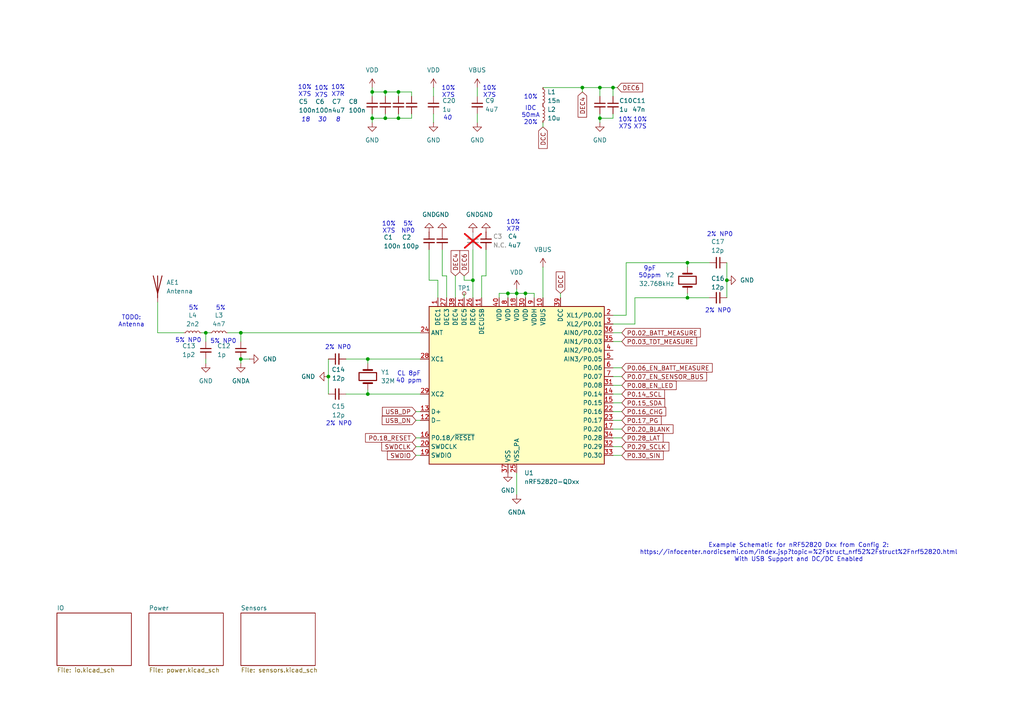
<source format=kicad_sch>
(kicad_sch (version 20231120) (generator "eeschema") (generator_version "8.0")
  (paper "A4")
  (lib_symbols
    (symbol "Connector:TestPoint_Small" (pin_numbers hide) (pin_names (offset 0.762) hide)
      (property "Reference" "TP" (at 0 3.81 0))
      (property "Value" "TestPoint_Small" (at 0 2.032 0))
      (symbol "TestPoint_Small_0_1"
        (circle (center 0 0) (radius 0.508))
      )
      (symbol "TestPoint_Small_1_1"
        (pin passive line (at 0 0 90) (length 0) (name "1") (number "1"))
      )
    )
    (symbol "Device:Antenna" (pin_numbers hide) (pin_names (offset 1.016) hide)
      (property "Reference" "AE" (at -1.905 1.905 0))
      (property "Value" "Antenna" (at -1.905 0 0))
      (symbol "Antenna_0_1"
        (polyline (pts (xy 0 2.54) (xy 0 -3.81)) (stroke (width 0.254)))
        (polyline (pts (xy 1.27 2.54) (xy 0 -2.54) (xy -1.27 2.54)) (stroke (width 0.254)))
      )
      (symbol "Antenna_1_1"
        (pin input line (at 0 -5.08 90) (length 2.54) (name "A") (number "1"))
      )
    )
    (symbol "Device:C_Small" (pin_numbers hide) (pin_names (offset 0.254) hide)
      (property "Reference" "C" (at 0.254 1.778 0))
      (property "Value" "C_Small" (at 0.254 -2.032 0))
      (symbol "C_Small_0_1"
        (polyline (pts (xy -1.524 -0.508) (xy 1.524 -0.508)) (stroke (width 0.3302)))
        (polyline (pts (xy -1.524 0.508) (xy 1.524 0.508)) (stroke (width 0.3048)))
      )
      (symbol "C_Small_1_1"
        (pin passive line (at 0 2.54 270) (length 2.032) (name "~") (number "1"))
        (pin passive line (at 0 -2.54 90) (length 2.032) (name "~") (number "2"))
      )
    )
    (symbol "Device:Crystal" (pin_numbers hide) (pin_names (offset 1.016) hide)
      (property "Reference" "Y" (at 0 3.81 0))
      (property "Value" "Crystal" (at 0 -3.81 0))
      (symbol "Crystal_0_1"
        (rectangle (start -1.143 2.54) (end 1.143 -2.54) (stroke (width 0.3048)))
        (polyline (pts (xy -2.54 0) (xy -1.905 0)))
        (polyline (pts (xy -1.905 -1.27) (xy -1.905 1.27)) (stroke (width 0.508)))
        (polyline (pts (xy 1.905 -1.27) (xy 1.905 1.27)) (stroke (width 0.508)))
        (polyline (pts (xy 2.54 0) (xy 1.905 0)))
      )
      (symbol "Crystal_1_1"
        (pin passive line (at -3.81 0 0) (length 1.27) (name "1") (number "1"))
        (pin passive line (at 3.81 0 180) (length 1.27) (name "2") (number "2"))
      )
    )
    (symbol "Device:L_Small" (pin_numbers hide) (pin_names (offset 0.254) hide)
      (property "Reference" "L" (at 0.762 1.016 0))
      (property "Value" "L_Small" (at 0.762 -1.016 0))
      (symbol "L_Small_0_1"
        (arc (start 0 -2.032) (mid 0.5058 -1.524) (end 0 -1.016))
        (arc (start 0 -1.016) (mid 0.5058 -0.508) (end 0 0))
        (arc (start 0 0) (mid 0.5058 0.508) (end 0 1.016))
        (arc (start 0 1.016) (mid 0.5058 1.524) (end 0 2.032))
      )
      (symbol "L_Small_1_1"
        (pin passive line (at 0 2.54 270) (length 0.508) (name "~") (number "1"))
        (pin passive line (at 0 -2.54 90) (length 0.508) (name "~") (number "2"))
      )
    )
    (symbol "MCU_Nordic:nRF52820-QDxx"
      (property "Reference" "U" (at -2.54 0 0))
      (property "Value" "nRF52820-QDxx" (at -2.54 -2.54 0))
      (symbol "nRF52820-QDxx_0_1"
        (rectangle (start -25.4 22.86) (end 25.4 -22.86) (stroke (width 0.254)) (fill (type background)))
      )
      (symbol "nRF52820-QDxx_1_1"
        (pin passive line (at -22.86 25.4 270) (length 2.54) (name "DEC1") (number "1"))
        (pin power_in line (at 7.62 25.4 270) (length 2.54) (name "VBUS") (number "10"))
        (pin passive line (at -10.16 25.4 270) (length 2.54) (name "DECUSB") (number "11"))
        (pin bidirectional line (at -27.94 -10.16 0) (length 2.54) (name "D-") (number "12"))
        (pin bidirectional line (at -27.94 -7.62 0) (length 2.54) (name "D+") (number "13"))
        (pin bidirectional line (at 27.94 -2.54 180) (length 2.54) (name "P0.14") (number "14"))
        (pin bidirectional line (at 27.94 -5.08 180) (length 2.54) (name "P0.15") (number "15"))
        (pin bidirectional line (at -27.94 -15.24 0) (length 2.54) (name "P0.18/~{RESET}") (number "16"))
        (pin bidirectional line (at 27.94 -12.7 180) (length 2.54) (name "P0.20") (number "17"))
        (pin power_in line (at 0 25.4 270) (length 2.54) (name "VDD") (number "18"))
        (pin bidirectional line (at -27.94 -20.32 0) (length 2.54) (name "SWDIO") (number "19"))
        (pin bidirectional line (at 27.94 20.32 180) (length 2.54) (name "XL1/P0.00") (number "2"))
        (pin input line (at -27.94 -17.78 0) (length 2.54) (name "SWDCLK") (number "20"))
        (pin passive line (at -15.24 25.4 270) (length 2.54) (name "DEC5") (number "21"))
        (pin bidirectional line (at 27.94 -7.62 180) (length 2.54) (name "P0.16") (number "22"))
        (pin bidirectional line (at 27.94 -10.16 180) (length 2.54) (name "P0.17") (number "23"))
        (pin passive line (at -27.94 15.24 0) (length 2.54) (name "ANT") (number "24"))
        (pin power_in line (at 0 -25.4 90) (length 2.54) (name "VSS_PA") (number "25"))
        (pin passive line (at -12.7 25.4 270) (length 2.54) (name "DEC6") (number "26"))
        (pin passive line (at -20.32 25.4 270) (length 2.54) (name "DEC3") (number "27"))
        (pin input line (at -27.94 7.62 0) (length 2.54) (name "XC1") (number "28"))
        (pin input line (at -27.94 -2.54 0) (length 2.54) (name "XC2") (number "29"))
        (pin bidirectional line (at 27.94 17.78 180) (length 2.54) (name "XL2/P0.01") (number "3"))
        (pin power_in line (at 2.54 25.4 270) (length 2.54) (name "VDD") (number "30"))
        (pin bidirectional line (at 27.94 0 180) (length 2.54) (name "P0.08") (number "31"))
        (pin bidirectional line (at 27.94 -17.78 180) (length 2.54) (name "P0.29") (number "32"))
        (pin bidirectional line (at 27.94 -20.32 180) (length 2.54) (name "P0.30") (number "33"))
        (pin bidirectional line (at 27.94 -15.24 180) (length 2.54) (name "P0.28") (number "34"))
        (pin bidirectional line (at 27.94 12.7 180) (length 2.54) (name "AIN1/P0.03") (number "35"))
        (pin bidirectional line (at 27.94 15.24 180) (length 2.54) (name "AIN0/P0.02") (number "36"))
        (pin power_in line (at -2.54 -25.4 90) (length 2.54) (name "VSS") (number "37"))
        (pin passive line (at -17.78 25.4 270) (length 2.54) (name "DEC4") (number "38"))
        (pin power_out line (at 12.7 25.4 270) (length 2.54) (name "DCC") (number "39"))
        (pin bidirectional line (at 27.94 10.16 180) (length 2.54) (name "AIN2/P0.04") (number "4"))
        (pin power_in line (at -5.08 25.4 270) (length 2.54) (name "VDD") (number "40"))
        (pin passive line (at -2.54 -25.4 90) (length 2.54) hide (name "VSS") (number "41"))
        (pin bidirectional line (at 27.94 7.62 180) (length 2.54) (name "AIN3/P0.05") (number "5"))
        (pin bidirectional line (at 27.94 5.08 180) (length 2.54) (name "P0.06") (number "6"))
        (pin bidirectional line (at 27.94 2.54 180) (length 2.54) (name "P0.07") (number "7"))
        (pin power_in line (at -2.54 25.4 270) (length 2.54) (name "VDD") (number "8"))
        (pin power_in line (at 5.08 25.4 270) (length 2.54) (name "VDDH") (number "9"))
      )
    )
    (symbol "power:GND" (power) (pin_numbers hide) (pin_names (offset 0) hide)
      (property "Value" "GND" (at 0 -3.81 0))
      (symbol "GND_0_1"
        (polyline (pts (xy 0 0) (xy 0 -1.27) (xy 1.27 -1.27) (xy 0 -2.54) (xy -1.27 -1.27) (xy 0 -1.27)))
      )
      (symbol "GND_1_1"
        (pin power_in line (at 0 0 270) (length 0) (name "~") (number "1"))
      )
    )
    (symbol "power:GNDA" (power) (pin_numbers hide) (pin_names (offset 0) hide)
      (property "Value" "GNDA" (at 0 -3.81 0))
      (symbol "GNDA_0_1"
        (polyline (pts (xy 0 0) (xy 0 -1.27) (xy 1.27 -1.27) (xy 0 -2.54) (xy -1.27 -1.27) (xy 0 -1.27)))
      )
      (symbol "GNDA_1_1"
        (pin power_in line (at 0 0 270) (length 0) (name "~") (number "1"))
      )
    )
    (symbol "power:VBUS" (power) (pin_numbers hide) (pin_names (offset 0) hide)
      (property "Value" "VBUS" (at 0 3.556 0))
      (symbol "VBUS_0_1"
        (polyline (pts (xy -0.762 1.27) (xy 0 2.54)))
        (polyline (pts (xy 0 0) (xy 0 2.54)))
        (polyline (pts (xy 0 2.54) (xy 0.762 1.27)))
      )
      (symbol "VBUS_1_1"
        (pin power_in line (at 0 0 90) (length 0) (name "~") (number "1"))
      )
    )
    (symbol "power:VDD" (power) (pin_numbers hide) (pin_names (offset 0) hide)
      (property "Value" "VDD" (at 0 3.556 0))
      (symbol "VDD_0_1"
        (polyline (pts (xy -0.762 1.27) (xy 0 2.54)))
        (polyline (pts (xy 0 0) (xy 0 2.54)))
        (polyline (pts (xy 0 2.54) (xy 0.762 1.27)))
      )
      (symbol "VDD_1_1"
        (pin power_in line (at 0 0 90) (length 0) (name "~") (number "1"))
      )
    )
  )
  (junction (at 115.57 26.67))
  (junction (at 106.68 114.3))
  (junction (at 111.76 34.29))
  (junction (at 107.95 34.29))
  (junction (at 199.39 76.2))
  (junction (at 59.69 96.52))
  (junction (at 69.85 104.14))
  (junction (at 69.85 96.52))
  (junction (at 173.99 34.29))
  (junction (at 95.25 109.22))
  (junction (at 106.68 104.14))
  (junction (at 111.76 26.67))
  (junction (at 199.39 86.36))
  (junction (at 137.16 81.28))
  (junction (at 147.32 85.09))
  (junction (at 107.95 26.67))
  (junction (at 149.86 85.09))
  (junction (at 177.8 25.4))
  (junction (at 152.4 85.09))
  (junction (at 210.82 81.28))
  (junction (at 173.99 25.4))
  (junction (at 115.57 34.29))
  (junction (at 168.91 25.4))
  (wire (pts (xy 129.54 86.36) (xy 129.54 80.01)))
  (wire (pts (xy 168.91 25.4) (xy 173.99 25.4)))
  (wire (pts (xy 157.48 35.56) (xy 157.48 36.83)))
  (wire (pts (xy 177.8 129.54) (xy 180.34 129.54)))
  (wire (pts (xy 181.61 91.44) (xy 181.61 76.2)))
  (wire (pts (xy 147.32 85.09) (xy 149.86 85.09)))
  (wire (pts (xy 119.38 33.02) (xy 119.38 34.29)))
  (wire (pts (xy 120.65 132.08) (xy 121.92 132.08)))
  (wire (pts (xy 45.72 96.52) (xy 45.72 87.63)))
  (wire (pts (xy 177.8 124.46) (xy 180.34 124.46)))
  (wire (pts (xy 59.69 104.14) (xy 59.69 105.41)))
  (wire (pts (xy 115.57 26.67) (xy 115.57 27.94)))
  (wire (pts (xy 152.4 86.36) (xy 152.4 85.09)))
  (wire (pts (xy 210.82 81.28) (xy 210.82 76.2)))
  (wire (pts (xy 177.8 106.68) (xy 180.34 106.68)))
  (wire (pts (xy 111.76 26.67) (xy 111.76 27.94)))
  (wire (pts (xy 100.33 104.14) (xy 106.68 104.14)))
  (wire (pts (xy 149.86 85.09) (xy 149.86 86.36)))
  (wire (pts (xy 173.99 34.29) (xy 173.99 35.56)))
  (wire (pts (xy 128.27 80.01) (xy 128.27 72.39)))
  (wire (pts (xy 106.68 104.14) (xy 106.68 105.41)))
  (wire (pts (xy 134.62 85.09) (xy 134.62 86.36)))
  (wire (pts (xy 119.38 26.67) (xy 115.57 26.67)))
  (wire (pts (xy 149.86 83.82) (xy 149.86 85.09)))
  (wire (pts (xy 177.8 121.92) (xy 180.34 121.92)))
  (wire (pts (xy 120.65 119.38) (xy 121.92 119.38)))
  (wire (pts (xy 132.08 80.01) (xy 132.08 86.36)))
  (wire (pts (xy 115.57 26.67) (xy 111.76 26.67)))
  (wire (pts (xy 111.76 34.29) (xy 115.57 34.29)))
  (wire (pts (xy 106.68 113.03) (xy 106.68 114.3)))
  (wire (pts (xy 138.43 33.02) (xy 138.43 35.56)))
  (wire (pts (xy 134.62 81.28) (xy 137.16 81.28)))
  (wire (pts (xy 179.07 25.4) (xy 177.8 25.4)))
  (wire (pts (xy 111.76 26.67) (xy 107.95 26.67)))
  (wire (pts (xy 138.43 25.4) (xy 138.43 27.94)))
  (wire (pts (xy 177.8 114.3) (xy 180.34 114.3)))
  (wire (pts (xy 107.95 26.67) (xy 107.95 27.94)))
  (wire (pts (xy 100.33 114.3) (xy 106.68 114.3)))
  (wire (pts (xy 152.4 85.09) (xy 149.86 85.09)))
  (wire (pts (xy 184.15 86.36) (xy 199.39 86.36)))
  (wire (pts (xy 210.82 86.36) (xy 210.82 81.28)))
  (wire (pts (xy 177.8 132.08) (xy 180.34 132.08)))
  (wire (pts (xy 173.99 33.02) (xy 173.99 34.29)))
  (wire (pts (xy 199.39 86.36) (xy 199.39 85.09)))
  (wire (pts (xy 177.8 33.02) (xy 177.8 34.29)))
  (wire (pts (xy 69.85 104.14) (xy 72.39 104.14)))
  (wire (pts (xy 58.42 96.52) (xy 59.69 96.52)))
  (wire (pts (xy 154.94 85.09) (xy 152.4 85.09)))
  (wire (pts (xy 127 81.28) (xy 124.46 81.28)))
  (wire (pts (xy 177.8 93.98) (xy 184.15 93.98)))
  (wire (pts (xy 115.57 33.02) (xy 115.57 34.29)))
  (wire (pts (xy 69.85 105.41) (xy 69.85 104.14)))
  (wire (pts (xy 147.32 85.09) (xy 147.32 86.36)))
  (wire (pts (xy 139.7 80.01) (xy 140.97 80.01)))
  (wire (pts (xy 107.95 34.29) (xy 107.95 35.56)))
  (wire (pts (xy 157.48 77.47) (xy 157.48 86.36)))
  (wire (pts (xy 115.57 34.29) (xy 119.38 34.29)))
  (wire (pts (xy 59.69 96.52) (xy 59.69 99.06)))
  (wire (pts (xy 173.99 25.4) (xy 173.99 27.94)))
  (wire (pts (xy 177.8 99.06) (xy 180.34 99.06)))
  (wire (pts (xy 144.78 85.09) (xy 147.32 85.09)))
  (wire (pts (xy 95.25 104.14) (xy 95.25 109.22)))
  (wire (pts (xy 177.8 25.4) (xy 177.8 27.94)))
  (wire (pts (xy 139.7 86.36) (xy 139.7 80.01)))
  (wire (pts (xy 106.68 114.3) (xy 121.92 114.3)))
  (wire (pts (xy 120.65 127) (xy 121.92 127)))
  (wire (pts (xy 177.8 34.29) (xy 173.99 34.29)))
  (wire (pts (xy 111.76 33.02) (xy 111.76 34.29)))
  (wire (pts (xy 177.8 91.44) (xy 181.61 91.44)))
  (wire (pts (xy 168.91 26.67) (xy 168.91 25.4)))
  (wire (pts (xy 134.62 80.01) (xy 134.62 81.28)))
  (wire (pts (xy 184.15 93.98) (xy 184.15 86.36)))
  (wire (pts (xy 177.8 127) (xy 180.34 127)))
  (wire (pts (xy 149.86 137.16) (xy 149.86 143.51)))
  (wire (pts (xy 177.8 111.76) (xy 180.34 111.76)))
  (wire (pts (xy 199.39 77.47) (xy 199.39 76.2)))
  (wire (pts (xy 125.73 25.4) (xy 125.73 27.94)))
  (wire (pts (xy 120.65 121.92) (xy 121.92 121.92)))
  (wire (pts (xy 129.54 80.01) (xy 128.27 80.01)))
  (wire (pts (xy 205.74 76.2) (xy 199.39 76.2)))
  (wire (pts (xy 69.85 96.52) (xy 121.92 96.52)))
  (wire (pts (xy 124.46 81.28) (xy 124.46 72.39)))
  (wire (pts (xy 205.74 86.36) (xy 199.39 86.36)))
  (wire (pts (xy 125.73 33.02) (xy 125.73 35.56)))
  (wire (pts (xy 177.8 109.22) (xy 180.34 109.22)))
  (wire (pts (xy 53.34 96.52) (xy 45.72 96.52)))
  (wire (pts (xy 107.95 34.29) (xy 111.76 34.29)))
  (wire (pts (xy 107.95 33.02) (xy 107.95 34.29)))
  (wire (pts (xy 69.85 96.52) (xy 69.85 99.06)))
  (wire (pts (xy 144.78 86.36) (xy 144.78 85.09)))
  (wire (pts (xy 157.48 25.4) (xy 168.91 25.4)))
  (wire (pts (xy 107.95 25.4) (xy 107.95 26.67)))
  (wire (pts (xy 106.68 104.14) (xy 121.92 104.14)))
  (wire (pts (xy 154.94 86.36) (xy 154.94 85.09)))
  (wire (pts (xy 177.8 96.52) (xy 180.34 96.52)))
  (wire (pts (xy 177.8 116.84) (xy 180.34 116.84)))
  (wire (pts (xy 162.56 85.09) (xy 162.56 86.36)))
  (wire (pts (xy 177.8 25.4) (xy 173.99 25.4)))
  (wire (pts (xy 140.97 80.01) (xy 140.97 72.39)))
  (wire (pts (xy 59.69 96.52) (xy 60.96 96.52)))
  (wire (pts (xy 137.16 81.28) (xy 137.16 86.36)))
  (wire (pts (xy 119.38 27.94) (xy 119.38 26.67)))
  (wire (pts (xy 120.65 129.54) (xy 121.92 129.54)))
  (wire (pts (xy 66.04 96.52) (xy 69.85 96.52)))
  (wire (pts (xy 181.61 76.2) (xy 199.39 76.2)))
  (wire (pts (xy 177.8 119.38) (xy 180.34 119.38)))
  (wire (pts (xy 95.25 109.22) (xy 95.25 114.3)))
  (wire (pts (xy 127 86.36) (xy 127 81.28)))
  (wire (pts (xy 137.16 72.39) (xy 137.16 81.28)))
  (text "10%\nX7S" (at 93.218 26.67 0) (effects (font (size 1.27 1.27))))
  (text "10%\nX7S" (at 181.356 35.814 0) (effects (font (size 1.27 1.27))))
  (text "10%\nX7S" (at 141.986 26.67 0) (effects (font (size 1.27 1.27))))
  (text "30" (at 93.472 34.798 0) (effects (font (size 1.27 1.27) (italic yes))))
  (text "18" (at 88.646 34.798 0) (effects (font (size 1.27 1.27) (italic yes))))
  (text "TODO:\nAntenna" (at 38.1 93.218 0) (effects (font (size 1.27 1.27))))
  (text "10%\nX7R" (at 148.844 65.532 0) (effects (font (size 1.27 1.27))))
  (text "2% NP0" (at 208.28 90.17 0) (effects (font (size 1.27 1.27))))
  (text "10%" (at 153.924 28.194 0) (effects (font (size 1.27 1.27))))
  (text "IDC\n50mA\n20%" (at 153.924 33.528 0) (effects (font (size 1.27 1.27))))
  (text "5% NP0" (at 54.61 98.806 0) (effects (font (size 1.27 1.27))))
  (text "5%\nNP0" (at 118.364 66.04 0) (effects (font (size 1.27 1.27))))
  (text "10%\nX7S" (at 88.392 26.416 0) (effects (font (size 1.27 1.27))))
  (text "10%\nX7S" (at 112.776 66.04 0) (effects (font (size 1.27 1.27))))
  (text "10%\nX7S" (at 130.048 26.67 0) (effects (font (size 1.27 1.27))))
  (text "9pF\n50ppm" (at 188.468 78.994 0) (effects (font (size 1.27 1.27))))
  (text "5%\n" (at 56.134 89.408 0) (effects (font (size 1.27 1.27))))
  (text "40" (at 129.794 34.29 0) (effects (font (size 1.27 1.27) (italic yes))))
  (text "2% NP0" (at 208.788 68.072 0) (effects (font (size 1.27 1.27))))
  (text "2% NP0" (at 98.044 100.838 0) (effects (font (size 1.27 1.27))))
  (text "CL 8pF\n40 ppm" (at 118.618 109.474 0) (effects (font (size 1.27 1.27))))
  (text "8" (at 98.044 34.798 0) (effects (font (size 1.27 1.27) (italic yes))))
  (text "10%\nX7R" (at 98.044 26.416 0) (effects (font (size 1.27 1.27))))
  (text "10%\nX7S" (at 185.674 35.814 0) (effects (font (size 1.27 1.27))))
  (text "Example Schematic for nRF52820 Dxx from Config 2:\nhttps://infocenter.nordicsemi.com/index.jsp?topic=%2Fstruct_nrf52%2Fstruct%2Fnrf52820.html\nWith USB Support and DC/DC Enabled" (at 231.648 160.274 0) (effects (font (size 1.27 1.27))))
  (text "5%\n" (at 64.008 89.408 0) (effects (font (size 1.27 1.27))))
  (text "5% NP0" (at 64.77 99.06 0) (effects (font (size 1.27 1.27))))
  (text "2% NP0" (at 98.298 122.936 0) (effects (font (size 1.27 1.27))))
  (global_label "SWDIO" (shape input) (at 120.65 132.08 180) (property "Intersheetrefs" "${INTERSHEET_REFS}" (effects (hide yes))))
  (global_label "DCC" (shape input) (at 162.56 85.09 90) (property "Intersheetrefs" "${INTERSHEET_REFS}" (effects (hide yes))))
  (global_label "USB_DP" (shape input) (at 120.65 119.38 180) (property "Intersheetrefs" "${INTERSHEET_REFS}" (effects (hide yes))))
  (global_label "P0.08_EN_LED" (shape input) (at 180.34 111.76 0) (property "Intersheetrefs" "${INTERSHEET_REFS}" (effects (hide yes))))
  (global_label "DEC6" (shape input) (at 179.07 25.4 0) (property "Intersheetrefs" "${INTERSHEET_REFS}" (effects (hide yes))))
  (global_label "P0.20_BLANK" (shape input) (at 180.34 124.46 0) (property "Intersheetrefs" "${INTERSHEET_REFS}" (effects (hide yes))))
  (global_label "DEC4" (shape input) (at 132.08 80.01 90) (property "Intersheetrefs" "${INTERSHEET_REFS}" (effects (hide yes))))
  (global_label "P0.18_RESET" (shape input) (at 120.65 127 180) (property "Intersheetrefs" "${INTERSHEET_REFS}" (effects (hide yes))))
  (global_label "P0.02_BATT_MEASURE" (shape input) (at 180.34 96.52 0) (property "Intersheetrefs" "${INTERSHEET_REFS}" (effects (hide yes))))
  (global_label "P0.16_CHG" (shape input) (at 180.34 119.38 0) (property "Intersheetrefs" "${INTERSHEET_REFS}" (effects (hide yes))))
  (global_label "SWDCLK" (shape input) (at 120.65 129.54 180) (property "Intersheetrefs" "${INTERSHEET_REFS}" (effects (hide yes))))
  (global_label "P0.06_EN_BATT_MEASURE" (shape input) (at 180.34 106.68 0) (property "Intersheetrefs" "${INTERSHEET_REFS}" (effects (hide yes))))
  (global_label "P0.29_SCLK" (shape input) (at 180.34 129.54 0) (property "Intersheetrefs" "${INTERSHEET_REFS}" (effects (hide yes))))
  (global_label "DCC" (shape input) (at 157.48 36.83 270) (property "Intersheetrefs" "${INTERSHEET_REFS}" (effects (hide yes))))
  (global_label "P0.17_PG" (shape input) (at 180.34 121.92 0) (property "Intersheetrefs" "${INTERSHEET_REFS}" (effects (hide yes))))
  (global_label "P0.30_SIN" (shape input) (at 180.34 132.08 0) (property "Intersheetrefs" "${INTERSHEET_REFS}" (effects (hide yes))))
  (global_label "USB_DN" (shape input) (at 120.65 121.92 180) (property "Intersheetrefs" "${INTERSHEET_REFS}" (effects (hide yes))))
  (global_label "P0.07_EN_SENSOR_BUS" (shape input) (at 180.34 109.22 0) (property "Intersheetrefs" "${INTERSHEET_REFS}" (effects (hide yes))))
  (global_label "P0.14_SCL" (shape input) (at 180.34 114.3 0) (property "Intersheetrefs" "${INTERSHEET_REFS}" (effects (hide yes))))
  (global_label "DEC4" (shape input) (at 168.91 26.67 270) (property "Intersheetrefs" "${INTERSHEET_REFS}" (effects (hide yes))))
  (global_label "P0.28_LAT" (shape input) (at 180.34 127 0) (property "Intersheetrefs" "${INTERSHEET_REFS}" (effects (hide yes))))
  (global_label "P0.03_TDT_MEASURE" (shape input) (at 180.34 99.06 0) (property "Intersheetrefs" "${INTERSHEET_REFS}" (effects (hide yes))))
  (global_label "DEC6" (shape input) (at 134.62 80.01 90) (property "Intersheetrefs" "${INTERSHEET_REFS}" (effects (hide yes))))
  (global_label "P0.15_SDA" (shape input) (at 180.34 116.84 0) (property "Intersheetrefs" "${INTERSHEET_REFS}" (effects (hide yes))))
  (symbol (lib_id "power:GND") (at 124.46 67.31 180) (unit 1)
    (property "Reference" "#PWR01" (effects (hide yes)))
    (property "Value" "GND" (at 124.46 62.23 0))
    (property "Description" "Power symbol creates a global label with name \"GND\" , ground" (effects (hide yes)))
  )
  (symbol (lib_id "power:VDD") (at 149.86 83.82 0) (unit 1)
    (property "Reference" "#PWR06" (effects (hide yes)))
    (property "Value" "VDD" (at 149.86 78.994 0))
    (property "Description" "Power symbol creates a global label with name \"VDD\"" (effects (hide yes)))
  )
  (symbol (lib_id "Device:Crystal") (at 106.68 109.22 90) (unit 1)
    (property "Reference" "Y1" (at 110.49 107.9499 90) (effects (justify right)))
    (property "Value" "32M" (at 110.49 110.4899 90) (effects (justify right)))
    (property "Description" "Two pin crystal" (effects (hide yes)))
  )
  (symbol (lib_id "Device:C_Small") (at 111.76 30.48 0) (unit 1)
    (property "Reference" "C6" (at 91.44 29.464 0) (effects (justify left)))
    (property "Value" "100n" (at 91.44 32.004 0) (effects (justify left)))
    (property "Footprint" "Capacitor_SMD:C_0402_1005Metric" (effects (hide yes)))
    (property "Description" "Unpolarized capacitor, small symbol" (effects (hide yes)))
  )
  (symbol (lib_id "Device:L_Small") (at 55.88 96.52 90) (unit 1)
    (property "Reference" "L4" (at 55.88 91.44 90))
    (property "Value" "2n2" (at 55.88 93.98 90))
    (property "Footprint" "Inductor_SMD:L_0402_1005Metric" (effects (hide yes)))
    (property "Description" "Inductor, small symbol" (effects (hide yes)))
  )
  (symbol (lib_id "power:GND") (at 147.32 137.16 0) (unit 1)
    (property "Reference" "#PWR017" (effects (hide yes)))
    (property "Value" "GND" (at 147.32 142.24 0))
    (property "Description" "Power symbol creates a global label with name \"GND\" , ground" (effects (hide yes)))
  )
  (symbol (lib_id "Device:Crystal") (at 199.39 81.28 270) (unit 1)
    (property "Reference" "Y2" (at 195.58 79.756 90) (effects (justify right)))
    (property "Value" "32.768kHz" (at 195.58 82.296 90) (effects (justify right)))
    (property "Description" "Two pin crystal" (effects (hide yes)))
  )
  (symbol (lib_id "Device:C_Small") (at 124.46 69.85 0) (unit 1)
    (property "Reference" "C1" (at 111.252 68.834 0) (effects (justify left)))
    (property "Value" "100n" (at 111.252 71.374 0) (effects (justify left)))
    (property "Footprint" "Capacitor_SMD:C_0402_1005Metric" (effects (hide yes)))
    (property "Description" "Unpolarized capacitor, small symbol" (effects (hide yes)))
  )
  (symbol (lib_id "power:GND") (at 173.99 35.56 0) (unit 1)
    (property "Reference" "#PWR013" (effects (hide yes)))
    (property "Value" "GND" (at 173.99 40.64 0))
    (property "Description" "Power symbol creates a global label with name \"GND\" , ground" (effects (hide yes)))
  )
  (symbol (lib_id "power:GND") (at 210.82 81.28 90) (unit 1)
    (property "Reference" "#PWR019" (effects (hide yes)))
    (property "Value" "GND" (at 214.63 81.2801 90) (effects (justify right)))
    (property "Description" "Power symbol creates a global label with name \"GND\" , ground" (effects (hide yes)))
  )
  (symbol (lib_id "Device:C_Small") (at 208.28 86.36 270) (unit 1)
    (property "Reference" "C16" (at 206.248 80.772 90) (effects (justify left)))
    (property "Value" "12p" (at 206.248 83.312 90) (effects (justify left)))
    (property "Footprint" "Capacitor_SMD:C_0402_1005Metric" (effects (hide yes)))
    (property "Description" "Unpolarized capacitor, small symbol" (effects (hide yes)))
  )
  (symbol (lib_id "Device:L_Small") (at 157.48 33.02 0) (unit 1)
    (property "Reference" "L2" (at 158.75 31.7499 0) (effects (justify left)))
    (property "Value" "10u" (at 158.75 34.2899 0) (effects (justify left)))
    (property "Footprint" "Inductor_SMD:L_0603_1608Metric" (effects (hide yes)))
    (property "Description" "Inductor, small symbol" (effects (hide yes)))
  )
  (symbol (lib_id "Device:C_Small") (at 208.28 76.2 270) (unit 1)
    (property "Reference" "C17" (at 206.248 70.104 90) (effects (justify left)))
    (property "Value" "12p" (at 206.248 72.644 90) (effects (justify left)))
    (property "Footprint" "Capacitor_SMD:C_0402_1005Metric" (effects (hide yes)))
    (property "Description" "Unpolarized capacitor, small symbol" (effects (hide yes)))
  )
  (symbol (lib_id "Device:C_Small") (at 107.95 30.48 0) (unit 1)
    (property "Reference" "C5" (at 86.614 29.464 0) (effects (justify left)))
    (property "Value" "100n" (at 86.614 32.004 0) (effects (justify left)))
    (property "Footprint" "Capacitor_SMD:C_0402_1005Metric" (effects (hide yes)))
    (property "Description" "Unpolarized capacitor, small symbol" (effects (hide yes)))
  )
  (symbol (lib_id "Device:L_Small") (at 63.5 96.52 90) (unit 1)
    (property "Reference" "L3" (at 63.5 91.44 90))
    (property "Value" "4n7" (at 63.5 93.98 90))
    (property "Footprint" "Inductor_SMD:L_0402_1005Metric" (effects (hide yes)))
    (property "Description" "Inductor, small symbol" (effects (hide yes)))
  )
  (symbol (lib_id "power:GND") (at 125.73 35.56 0) (unit 1)
    (property "Reference" "#PWR031" (effects (hide yes)))
    (property "Value" "GND" (at 125.73 40.64 0))
    (property "Description" "Power symbol creates a global label with name \"GND\" , ground" (effects (hide yes)))
  )
  (symbol (lib_id "power:GND") (at 138.43 35.56 0) (unit 1)
    (property "Reference" "#PWR012" (effects (hide yes)))
    (property "Value" "GND" (at 138.43 40.64 0))
    (property "Description" "Power symbol creates a global label with name \"GND\" , ground" (effects (hide yes)))
  )
  (symbol (lib_id "Device:C_Small") (at 59.69 101.6 0) (unit 1)
    (property "Reference" "C13" (at 52.832 100.33 0) (effects (justify left)))
    (property "Value" "1p2" (at 52.832 102.87 0) (effects (justify left)))
    (property "Footprint" "Capacitor_SMD:C_0402_1005Metric" (effects (hide yes)))
    (property "Description" "Unpolarized capacitor, small symbol" (effects (hide yes)))
  )
  (symbol (lib_id "Device:C_Small") (at 140.97 69.85 0) (unit 1)
    (property "Reference" "C4" (at 147.32 68.58 0) (effects (justify left)))
    (property "Value" "4u7" (at 147.32 71.12 0) (effects (justify left)))
    (property "Footprint" "Capacitor_SMD:C_0603_1608Metric" (effects (hide yes)))
    (property "Description" "Unpolarized capacitor, small symbol" (effects (hide yes)))
  )
  (symbol (lib_id "Device:C_Small") (at 115.57 30.48 0) (unit 1)
    (property "Reference" "C7" (at 96.266 29.464 0) (effects (justify left)))
    (property "Value" "4u7" (at 96.266 32.004 0) (effects (justify left)))
    (property "Footprint" "Capacitor_SMD:C_0603_1608Metric" (effects (hide yes)))
    (property "Description" "Unpolarized capacitor, small symbol" (effects (hide yes)))
  )
  (symbol (lib_id "Device:C_Small") (at 138.43 30.48 0) (unit 1)
    (property "Reference" "C9" (at 140.716 29.21 0) (effects (justify left)))
    (property "Value" "4u7" (at 140.716 31.75 0) (effects (justify left)))
    (property "Footprint" "Capacitor_SMD:C_0603_1608Metric" (effects (hide yes)))
    (property "Description" "Unpolarized capacitor, small symbol" (effects (hide yes)))
  )
  (symbol (lib_id "power:VBUS") (at 138.43 25.4 0) (unit 1)
    (property "Reference" "#PWR010" (effects (hide yes)))
    (property "Value" "VBUS" (at 138.43 20.32 0))
    (property "Description" "Power symbol creates a global label with name \"VBUS\"" (effects (hide yes)))
  )
  (symbol (lib_id "Device:C_Small") (at 173.99 30.48 0) (unit 1)
    (property "Reference" "C10" (at 179.578 29.21 0) (effects (justify left)))
    (property "Value" "1u" (at 179.578 31.75 0) (effects (justify left)))
    (property "Footprint" "Capacitor_SMD:C_0603_1608Metric" (effects (hide yes)))
    (property "Description" "Unpolarized capacitor, small symbol" (effects (hide yes)))
  )
  (symbol (lib_id "power:VDD") (at 125.73 25.4 0) (unit 1)
    (property "Reference" "#PWR030" (effects (hide yes)))
    (property "Value" "VDD" (at 125.73 20.32 0))
    (property "Description" "Power symbol creates a global label with name \"VDD\"" (effects (hide yes)))
  )
  (symbol (lib_id "Device:L_Small") (at 157.48 27.94 0) (unit 1)
    (property "Reference" "L1" (at 158.75 26.6699 0) (effects (justify left)))
    (property "Value" "15n" (at 158.75 29.2099 0) (effects (justify left)))
    (property "Footprint" "Inductor_SMD:L_0603_1608Metric" (effects (hide yes)))
    (property "Description" "Inductor, small symbol" (effects (hide yes)))
  )
  (symbol (lib_id "Device:C_Small") (at 125.73 30.48 0) (unit 1)
    (property "Reference" "C20" (at 128.27 29.21 0) (effects (justify left)))
    (property "Value" "1u" (at 128.27 31.75 0) (effects (justify left)))
    (property "Footprint" "Capacitor_SMD:C_0603_1608Metric" (effects (hide yes)))
    (property "Description" "Unpolarized capacitor, small symbol" (effects (hide yes)))
  )
  (symbol (lib_id "power:GND") (at 128.27 67.31 180) (unit 1)
    (property "Reference" "#PWR04" (effects (hide yes)))
    (property "Value" "GND" (at 128.27 62.23 0))
    (property "Description" "Power symbol creates a global label with name \"GND\" , ground" (effects (hide yes)))
  )
  (symbol (lib_id "power:GND") (at 107.95 35.56 0) (unit 1)
    (property "Reference" "#PWR09" (effects (hide yes)))
    (property "Value" "GND" (at 107.95 40.64 0))
    (property "Description" "Power symbol creates a global label with name \"GND\" , ground" (effects (hide yes)))
  )
  (symbol (lib_id "power:GND") (at 95.25 109.22 270) (unit 1)
    (property "Reference" "#PWR018" (effects (hide yes)))
    (property "Value" "GND" (at 91.44 109.2199 90) (effects (justify right)))
    (property "Description" "Power symbol creates a global label with name \"GND\" , ground" (effects (hide yes)))
  )
  (symbol (lib_id "MCU_Nordic:nRF52820-QDxx") (at 149.86 111.76 0) (unit 1)
    (property "Reference" "U1" (at 152.0541 137.16 0) (effects (justify left)))
    (property "Value" "nRF52820-QDxx" (at 152.0541 139.7 0) (effects (justify left)))
    (property "Footprint" "Package_DFN_QFN:QFN-40-1EP_5x5mm_P0.4mm_EP3.6x3.6mm" (effects (hide yes)))
    (property "Datasheet" "https://infocenter.nordicsemi.com/pdf/nRF52820_PS_v1.0.pdf" (effects (hide yes)))
    (property "Description" "Multiprotocol BLE/ANT/2.4 GHz/802.15.4 Cortex-M4 SoC, QFN-40" (effects (hide yes)))
  )
  (symbol (lib_id "power:GND") (at 59.69 105.41 0) (unit 1)
    (property "Reference" "#PWR032" (effects (hide yes)))
    (property "Value" "GND" (at 59.69 110.49 0))
    (property "Description" "Power symbol creates a global label with name \"GND\" , ground" (effects (hide yes)))
  )
  (symbol (lib_id "power:GND") (at 137.16 67.31 180) (unit 1)
    (property "Reference" "#PWR05" (effects (hide yes)))
    (property "Value" "GND" (at 137.16 62.23 0))
    (property "Description" "Power symbol creates a global label with name \"GND\" , ground" (effects (hide yes)))
  )
  (symbol (lib_id "power:GNDA") (at 69.85 105.41 0) (unit 1)
    (property "Reference" "#PWR015" (effects (hide yes)))
    (property "Value" "GNDA" (at 69.85 110.49 0))
    (property "Description" "Power symbol creates a global label with name \"GNDA\" , analog ground" (effects (hide yes)))
  )
  (symbol (lib_id "Device:C_Small") (at 97.79 114.3 90) (unit 1)
    (property "Reference" "C15" (at 100.076 117.856 90) (effects (justify left)))
    (property "Value" "12p" (at 100.076 120.396 90) (effects (justify left)))
    (property "Footprint" "Capacitor_SMD:C_0402_1005Metric" (effects (hide yes)))
    (property "Description" "Unpolarized capacitor, small symbol" (effects (hide yes)))
  )
  (symbol (lib_id "power:VBUS") (at 157.48 77.47 0) (unit 1)
    (property "Reference" "#PWR011" (effects (hide yes)))
    (property "Value" "VBUS" (at 157.48 72.39 0))
    (property "Description" "Power symbol creates a global label with name \"VBUS\"" (effects (hide yes)))
  )
  (symbol (lib_id "Device:C_Small") (at 128.27 69.85 0) (unit 1)
    (property "Reference" "C2" (at 116.586 68.834 0) (effects (justify left)))
    (property "Value" "100p" (at 116.586 71.374 0) (effects (justify left)))
    (property "Footprint" "Capacitor_SMD:C_0402_1005Metric" (effects (hide yes)))
    (property "Description" "Unpolarized capacitor, small symbol" (effects (hide yes)))
  )
  (symbol (lib_id "power:GNDA") (at 149.86 143.51 0) (unit 1)
    (property "Reference" "#PWR014" (effects (hide yes)))
    (property "Value" "GNDA" (at 149.86 148.59 0))
    (property "Description" "Power symbol creates a global label with name \"GNDA\" , analog ground" (effects (hide yes)))
  )
  (symbol (lib_id "power:GND") (at 72.39 104.14 90) (unit 1)
    (property "Reference" "#PWR016" (effects (hide yes)))
    (property "Value" "GND" (at 76.2 104.1399 90) (effects (justify right)))
    (property "Description" "Power symbol creates a global label with name \"GND\" , ground" (effects (hide yes)))
  )
  (symbol (lib_id "power:GND") (at 140.97 67.31 180) (unit 1)
    (property "Reference" "#PWR07" (effects (hide yes)))
    (property "Value" "GND" (at 140.97 62.23 0))
    (property "Description" "Power symbol creates a global label with name \"GND\" , ground" (effects (hide yes)))
  )
  (symbol (lib_id "Device:C_Small") (at 69.85 101.6 0) (unit 1)
    (property "Reference" "C12" (at 62.992 100.33 0) (effects (justify left)))
    (property "Value" "1p" (at 62.992 102.87 0) (effects (justify left)))
    (property "Footprint" "Capacitor_SMD:C_0402_1005Metric" (effects (hide yes)))
    (property "Description" "Unpolarized capacitor, small symbol" (effects (hide yes)))
  )
  (symbol (lib_id "Device:C_Small") (at 137.16 69.85 0) (unit 1) (exclude_from_sim yes) (in_bom no) (dnp yes)
    (property "Reference" "C3" (at 143.002 68.58 0) (effects (justify left)))
    (property "Value" "N.C." (at 143.002 71.12 0) (effects (justify left)))
    (property "Description" "Unpolarized capacitor, small symbol" (effects (hide yes)))
  )
  (symbol (lib_id "Device:Antenna") (at 45.72 82.55 0) (unit 1)
    (property "Reference" "AE1" (at 48.26 81.9149 0) (effects (justify left)))
    (property "Value" "Antenna" (at 48.26 84.4549 0) (effects (justify left)))
    (property "Footprint" "RF_Antenna:Texas_SWRA117D_2.4GHz_Right" (effects (hide yes)))
    (property "Description" "Antenna" (effects (hide yes)))
  )
  (symbol (lib_id "Device:C_Small") (at 97.79 104.14 90) (unit 1)
    (property "Reference" "C14" (at 100.076 107.188 90) (effects (justify left)))
    (property "Value" "12p" (at 100.076 109.728 90) (effects (justify left)))
    (property "Footprint" "Capacitor_SMD:C_0402_1005Metric" (effects (hide yes)))
    (property "Description" "Unpolarized capacitor, small symbol" (effects (hide yes)))
  )
  (symbol (lib_id "Device:C_Small") (at 119.38 30.48 0) (unit 1)
    (property "Reference" "C8" (at 101.092 29.464 0) (effects (justify left)))
    (property "Value" "100n" (at 101.092 32.004 0) (effects (justify left)))
    (property "Footprint" "Capacitor_SMD:C_0402_1005Metric" (effects (hide yes)))
    (property "Description" "Unpolarized capacitor, small symbol" (effects (hide yes)))
  )
  (symbol (lib_id "power:VDD") (at 107.95 25.4 0) (unit 1)
    (property "Reference" "#PWR08" (effects (hide yes)))
    (property "Value" "VDD" (at 107.95 20.32 0))
    (property "Description" "Power symbol creates a global label with name \"VDD\"" (effects (hide yes)))
  )
  (symbol (lib_id "Connector:TestPoint_Small") (at 134.62 85.09 0) (unit 1)
    (property "Reference" "TP1" (at 132.842 83.566 0) (effects (justify left)))
    (property "Value" "TestPoint_Small" (effects (hide yes)))
    (property "Footprint" "TestPoint:TestPoint_Pad_D1.0mm" (effects (hide yes)))
    (property "Description" "test point" (effects (hide yes)))
  )
  (symbol (lib_id "Device:C_Small") (at 177.8 30.48 0) (unit 1)
    (property "Reference" "C11" (at 183.388 29.21 0) (effects (justify left)))
    (property "Value" "47n" (at 183.388 31.75 0) (effects (justify left)))
    (property "Footprint" "Capacitor_SMD:C_0402_1005Metric" (effects (hide yes)))
    (property "Description" "Unpolarized capacitor, small symbol" (effects (hide yes)))
  )
  (sheet (at 43.18 177.8) (size 21.59 15.24) (stroke (width 0.1524))
    (property "Sheetname" "Power" (at 43.18 177.0884 0) (effects (justify left bottom)))
    (property "Sheetfile" "power.kicad_sch" (at 43.18 193.6246 0) (effects (justify left top)))
  )
  (sheet (at 16.51 177.8) (size 21.59 15.24) (stroke (width 0.1524))
    (property "Sheetname" "IO" (at 16.51 177.0884 0) (effects (justify left bottom)))
    (property "Sheetfile" "io.kicad_sch" (at 16.51 193.6246 0) (effects (justify left top)))
  )
  (sheet (at 69.85 177.8) (size 21.59 15.24) (stroke (width 0.1524))
    (property "Sheetname" "Sensors" (at 69.85 177.0884 0) (effects (justify left bottom)))
    (property "Sheetfile" "sensors.kicad_sch" (at 69.85 193.6246 0) (effects (justify left top)))
  )
)
</source>
